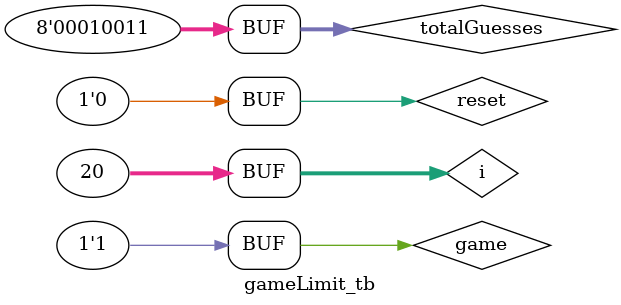
<source format=sv>

module gameLimit(reset, totalGuesses, game, over);
	input logic reset, game;
	input logic [7:0] totalGuesses;
	output logic over;
	
	always @(*) begin
		if (game)
			if (totalGuesses > 8'b00001001)
				over = 1'b1;
			else
				over = 1'b0;
		else
			over = 1'b0;
	end
endmodule

module gameLimit_tb();
	logic reset, game;
	logic [7:0] totalGuesses;
	logic over;
	
	gameLimit dut(reset, totalGuesses, game, over);
	
	integer i;
	initial begin
		reset = 1;	game = 1;	#10;
		reset = 0;					#10;
		for(i=0; i<20; i++) begin
			totalGuesses[7:0] = i; #10;
		end
	end
endmodule

</source>
